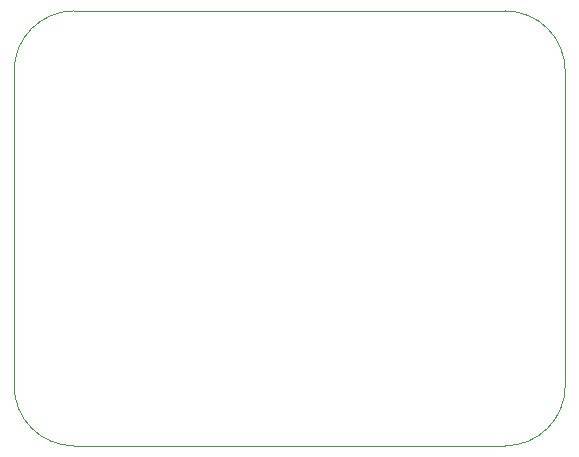
<source format=gbr>
%TF.GenerationSoftware,KiCad,Pcbnew,8.0.1-rc1*%
%TF.CreationDate,2024-04-19T00:03:43-05:00*%
%TF.ProjectId,voltage_converter,766f6c74-6167-4655-9f63-6f6e76657274,rev?*%
%TF.SameCoordinates,Original*%
%TF.FileFunction,Profile,NP*%
%FSLAX46Y46*%
G04 Gerber Fmt 4.6, Leading zero omitted, Abs format (unit mm)*
G04 Created by KiCad (PCBNEW 8.0.1-rc1) date 2024-04-19 00:03:43*
%MOMM*%
%LPD*%
G01*
G04 APERTURE LIST*
%TA.AperFunction,Profile*%
%ADD10C,0.050000*%
%TD*%
G04 APERTURE END LIST*
D10*
X130251100Y-123413600D02*
G75*
G02*
X125171100Y-118333600I0J5080000D01*
G01*
X125171100Y-91673600D02*
G75*
G02*
X130251100Y-86593600I5080000J0D01*
G01*
X166751100Y-86593600D02*
G75*
G02*
X171831100Y-91673600I0J-5080000D01*
G01*
X171831100Y-118333600D02*
G75*
G02*
X166751100Y-123413600I-5080000J0D01*
G01*
X130251100Y-123413600D02*
X166751100Y-123413600D01*
X171831100Y-118333600D02*
X171831100Y-91673600D01*
X166751100Y-86593600D02*
X130251100Y-86593600D01*
X125171100Y-91673600D02*
X125171100Y-118333600D01*
M02*

</source>
